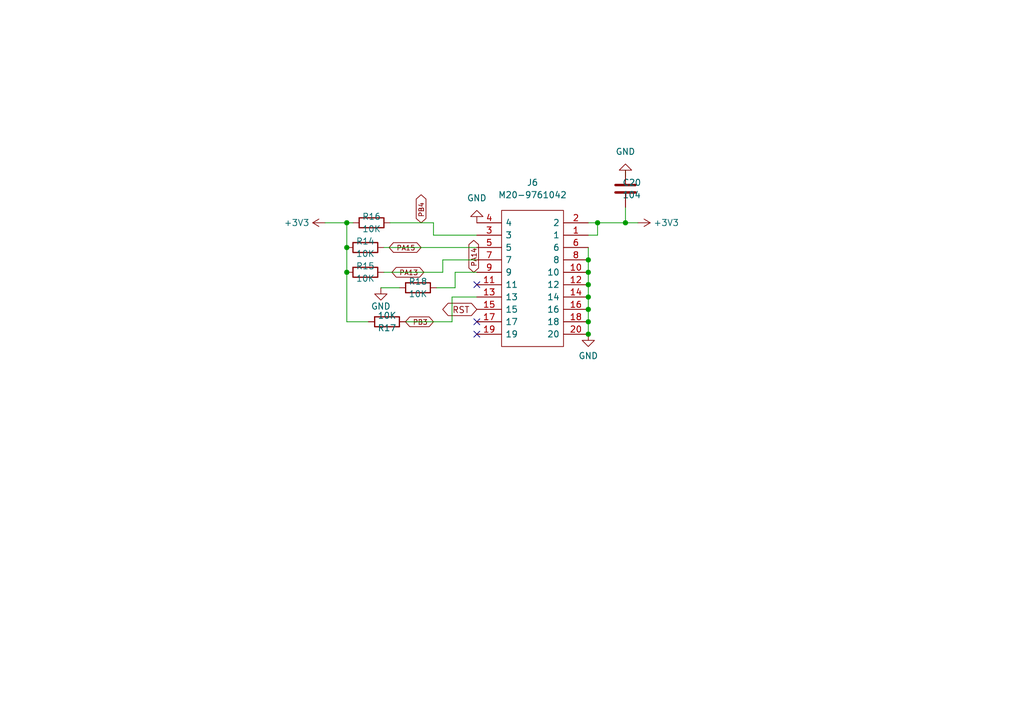
<source format=kicad_sch>
(kicad_sch (version 20211123) (generator eeschema)

  (uuid eba08bca-9bc9-4ffb-b1dd-8e0527bf89f7)

  (paper "A5")

  (lib_symbols
    (symbol "Device:C" (pin_numbers hide) (pin_names (offset 0.254)) (in_bom yes) (on_board yes)
      (property "Reference" "C" (id 0) (at 0.635 2.54 0)
        (effects (font (size 1.27 1.27)) (justify left))
      )
      (property "Value" "C" (id 1) (at 0.635 -2.54 0)
        (effects (font (size 1.27 1.27)) (justify left))
      )
      (property "Footprint" "" (id 2) (at 0.9652 -3.81 0)
        (effects (font (size 1.27 1.27)) hide)
      )
      (property "Datasheet" "~" (id 3) (at 0 0 0)
        (effects (font (size 1.27 1.27)) hide)
      )
      (property "ki_keywords" "cap capacitor" (id 4) (at 0 0 0)
        (effects (font (size 1.27 1.27)) hide)
      )
      (property "ki_description" "Unpolarized capacitor" (id 5) (at 0 0 0)
        (effects (font (size 1.27 1.27)) hide)
      )
      (property "ki_fp_filters" "C_*" (id 6) (at 0 0 0)
        (effects (font (size 1.27 1.27)) hide)
      )
      (symbol "C_0_1"
        (polyline
          (pts
            (xy -2.032 -0.762)
            (xy 2.032 -0.762)
          )
          (stroke (width 0.508) (type default) (color 0 0 0 0))
          (fill (type none))
        )
        (polyline
          (pts
            (xy -2.032 0.762)
            (xy 2.032 0.762)
          )
          (stroke (width 0.508) (type default) (color 0 0 0 0))
          (fill (type none))
        )
      )
      (symbol "C_1_1"
        (pin passive line (at 0 3.81 270) (length 2.794)
          (name "~" (effects (font (size 1.27 1.27))))
          (number "1" (effects (font (size 1.27 1.27))))
        )
        (pin passive line (at 0 -3.81 90) (length 2.794)
          (name "~" (effects (font (size 1.27 1.27))))
          (number "2" (effects (font (size 1.27 1.27))))
        )
      )
    )
    (symbol "Device:R" (pin_numbers hide) (pin_names (offset 0)) (in_bom yes) (on_board yes)
      (property "Reference" "R" (id 0) (at 2.032 0 90)
        (effects (font (size 1.27 1.27)))
      )
      (property "Value" "R" (id 1) (at 0 0 90)
        (effects (font (size 1.27 1.27)))
      )
      (property "Footprint" "" (id 2) (at -1.778 0 90)
        (effects (font (size 1.27 1.27)) hide)
      )
      (property "Datasheet" "~" (id 3) (at 0 0 0)
        (effects (font (size 1.27 1.27)) hide)
      )
      (property "ki_keywords" "R res resistor" (id 4) (at 0 0 0)
        (effects (font (size 1.27 1.27)) hide)
      )
      (property "ki_description" "Resistor" (id 5) (at 0 0 0)
        (effects (font (size 1.27 1.27)) hide)
      )
      (property "ki_fp_filters" "R_*" (id 6) (at 0 0 0)
        (effects (font (size 1.27 1.27)) hide)
      )
      (symbol "R_0_1"
        (rectangle (start -1.016 -2.54) (end 1.016 2.54)
          (stroke (width 0.254) (type default) (color 0 0 0 0))
          (fill (type none))
        )
      )
      (symbol "R_1_1"
        (pin passive line (at 0 3.81 270) (length 1.27)
          (name "~" (effects (font (size 1.27 1.27))))
          (number "1" (effects (font (size 1.27 1.27))))
        )
        (pin passive line (at 0 -3.81 90) (length 1.27)
          (name "~" (effects (font (size 1.27 1.27))))
          (number "2" (effects (font (size 1.27 1.27))))
        )
      )
    )
    (symbol "SamacSys_Parts:M20-9761042" (pin_names (offset 0.762)) (in_bom yes) (on_board yes)
      (property "Reference" "J" (id 0) (at 19.05 7.62 0)
        (effects (font (size 1.27 1.27)) (justify left))
      )
      (property "Value" "M20-9761042" (id 1) (at 19.05 5.08 0)
        (effects (font (size 1.27 1.27)) (justify left))
      )
      (property "Footprint" "HDRV20W64P254_2X10_2540X508X838P" (id 2) (at 19.05 2.54 0)
        (effects (font (size 1.27 1.27)) (justify left) hide)
      )
      (property "Datasheet" "https://cdn.harwin.com/pdfs/M20-976.pdf" (id 3) (at 19.05 0 0)
        (effects (font (size 1.27 1.27)) (justify left) hide)
      )
      (property "Description" "2.54mm (0.1\") Pitch DIL Vertical Throughboard Pin Header, 5.8mm mating pin height, selective gold + tin, 10+10 contacts" (id 4) (at 19.05 -2.54 0)
        (effects (font (size 1.27 1.27)) (justify left) hide)
      )
      (property "Height" "8.38" (id 5) (at 19.05 -5.08 0)
        (effects (font (size 1.27 1.27)) (justify left) hide)
      )
      (property "Manufacturer_Name" "Harwin" (id 6) (at 19.05 -7.62 0)
        (effects (font (size 1.27 1.27)) (justify left) hide)
      )
      (property "Manufacturer_Part_Number" "M20-9761042" (id 7) (at 19.05 -10.16 0)
        (effects (font (size 1.27 1.27)) (justify left) hide)
      )
      (property "Mouser Part Number" "855-M20-9761042" (id 8) (at 19.05 -12.7 0)
        (effects (font (size 1.27 1.27)) (justify left) hide)
      )
      (property "Mouser Price/Stock" "https://www.mouser.co.uk/ProductDetail/Harwin/M20-9761042?qs=vF78I%252BjhbY%2Fp44UYNx369Q%3D%3D" (id 9) (at 19.05 -15.24 0)
        (effects (font (size 1.27 1.27)) (justify left) hide)
      )
      (property "Arrow Part Number" "" (id 10) (at 19.05 -17.78 0)
        (effects (font (size 1.27 1.27)) (justify left) hide)
      )
      (property "Arrow Price/Stock" "" (id 11) (at 19.05 -20.32 0)
        (effects (font (size 1.27 1.27)) (justify left) hide)
      )
      (property "ki_description" "2.54mm (0.1\") Pitch DIL Vertical Throughboard Pin Header, 5.8mm mating pin height, selective gold + tin, 10+10 contacts" (id 12) (at 0 0 0)
        (effects (font (size 1.27 1.27)) hide)
      )
      (symbol "M20-9761042_0_0"
        (pin passive line (at 22.86 -2.54 180) (length 5.08)
          (name "1" (effects (font (size 1.27 1.27))))
          (number "1" (effects (font (size 1.27 1.27))))
        )
        (pin passive line (at 22.86 -10.16 180) (length 5.08)
          (name "10" (effects (font (size 1.27 1.27))))
          (number "10" (effects (font (size 1.27 1.27))))
        )
        (pin passive line (at 0 -12.7 0) (length 5.08)
          (name "11" (effects (font (size 1.27 1.27))))
          (number "11" (effects (font (size 1.27 1.27))))
        )
        (pin passive line (at 22.86 -12.7 180) (length 5.08)
          (name "12" (effects (font (size 1.27 1.27))))
          (number "12" (effects (font (size 1.27 1.27))))
        )
        (pin passive line (at 0 -15.24 0) (length 5.08)
          (name "13" (effects (font (size 1.27 1.27))))
          (number "13" (effects (font (size 1.27 1.27))))
        )
        (pin passive line (at 22.86 -15.24 180) (length 5.08)
          (name "14" (effects (font (size 1.27 1.27))))
          (number "14" (effects (font (size 1.27 1.27))))
        )
        (pin passive line (at 0 -17.78 0) (length 5.08)
          (name "15" (effects (font (size 1.27 1.27))))
          (number "15" (effects (font (size 1.27 1.27))))
        )
        (pin passive line (at 22.86 -17.78 180) (length 5.08)
          (name "16" (effects (font (size 1.27 1.27))))
          (number "16" (effects (font (size 1.27 1.27))))
        )
        (pin passive line (at 0 -20.32 0) (length 5.08)
          (name "17" (effects (font (size 1.27 1.27))))
          (number "17" (effects (font (size 1.27 1.27))))
        )
        (pin passive line (at 22.86 -20.32 180) (length 5.08)
          (name "18" (effects (font (size 1.27 1.27))))
          (number "18" (effects (font (size 1.27 1.27))))
        )
        (pin passive line (at 0 -22.86 0) (length 5.08)
          (name "19" (effects (font (size 1.27 1.27))))
          (number "19" (effects (font (size 1.27 1.27))))
        )
        (pin passive line (at 22.86 0 180) (length 5.08)
          (name "2" (effects (font (size 1.27 1.27))))
          (number "2" (effects (font (size 1.27 1.27))))
        )
        (pin passive line (at 22.86 -22.86 180) (length 5.08)
          (name "20" (effects (font (size 1.27 1.27))))
          (number "20" (effects (font (size 1.27 1.27))))
        )
        (pin passive line (at 0 -2.54 0) (length 5.08)
          (name "3" (effects (font (size 1.27 1.27))))
          (number "3" (effects (font (size 1.27 1.27))))
        )
        (pin passive line (at 0 0 0) (length 5.08)
          (name "4" (effects (font (size 1.27 1.27))))
          (number "4" (effects (font (size 1.27 1.27))))
        )
        (pin passive line (at 0 -5.08 0) (length 5.08)
          (name "5" (effects (font (size 1.27 1.27))))
          (number "5" (effects (font (size 1.27 1.27))))
        )
        (pin passive line (at 22.86 -5.08 180) (length 5.08)
          (name "6" (effects (font (size 1.27 1.27))))
          (number "6" (effects (font (size 1.27 1.27))))
        )
        (pin passive line (at 0 -7.62 0) (length 5.08)
          (name "7" (effects (font (size 1.27 1.27))))
          (number "7" (effects (font (size 1.27 1.27))))
        )
        (pin passive line (at 22.86 -7.62 180) (length 5.08)
          (name "8" (effects (font (size 1.27 1.27))))
          (number "8" (effects (font (size 1.27 1.27))))
        )
        (pin passive line (at 0 -10.16 0) (length 5.08)
          (name "9" (effects (font (size 1.27 1.27))))
          (number "9" (effects (font (size 1.27 1.27))))
        )
      )
      (symbol "M20-9761042_0_1"
        (polyline
          (pts
            (xy 5.08 2.54)
            (xy 17.78 2.54)
            (xy 17.78 -25.4)
            (xy 5.08 -25.4)
            (xy 5.08 2.54)
          )
          (stroke (width 0.1524) (type default) (color 0 0 0 0))
          (fill (type none))
        )
      )
    )
    (symbol "power:+3V3" (power) (pin_names (offset 0)) (in_bom yes) (on_board yes)
      (property "Reference" "#PWR" (id 0) (at 0 -3.81 0)
        (effects (font (size 1.27 1.27)) hide)
      )
      (property "Value" "+3V3" (id 1) (at 0 3.556 0)
        (effects (font (size 1.27 1.27)))
      )
      (property "Footprint" "" (id 2) (at 0 0 0)
        (effects (font (size 1.27 1.27)) hide)
      )
      (property "Datasheet" "" (id 3) (at 0 0 0)
        (effects (font (size 1.27 1.27)) hide)
      )
      (property "ki_keywords" "power-flag" (id 4) (at 0 0 0)
        (effects (font (size 1.27 1.27)) hide)
      )
      (property "ki_description" "Power symbol creates a global label with name \"+3V3\"" (id 5) (at 0 0 0)
        (effects (font (size 1.27 1.27)) hide)
      )
      (symbol "+3V3_0_1"
        (polyline
          (pts
            (xy -0.762 1.27)
            (xy 0 2.54)
          )
          (stroke (width 0) (type default) (color 0 0 0 0))
          (fill (type none))
        )
        (polyline
          (pts
            (xy 0 0)
            (xy 0 2.54)
          )
          (stroke (width 0) (type default) (color 0 0 0 0))
          (fill (type none))
        )
        (polyline
          (pts
            (xy 0 2.54)
            (xy 0.762 1.27)
          )
          (stroke (width 0) (type default) (color 0 0 0 0))
          (fill (type none))
        )
      )
      (symbol "+3V3_1_1"
        (pin power_in line (at 0 0 90) (length 0) hide
          (name "+3V3" (effects (font (size 1.27 1.27))))
          (number "1" (effects (font (size 1.27 1.27))))
        )
      )
    )
    (symbol "power:GND" (power) (pin_names (offset 0)) (in_bom yes) (on_board yes)
      (property "Reference" "#PWR" (id 0) (at 0 -6.35 0)
        (effects (font (size 1.27 1.27)) hide)
      )
      (property "Value" "GND" (id 1) (at 0 -3.81 0)
        (effects (font (size 1.27 1.27)))
      )
      (property "Footprint" "" (id 2) (at 0 0 0)
        (effects (font (size 1.27 1.27)) hide)
      )
      (property "Datasheet" "" (id 3) (at 0 0 0)
        (effects (font (size 1.27 1.27)) hide)
      )
      (property "ki_keywords" "power-flag" (id 4) (at 0 0 0)
        (effects (font (size 1.27 1.27)) hide)
      )
      (property "ki_description" "Power symbol creates a global label with name \"GND\" , ground" (id 5) (at 0 0 0)
        (effects (font (size 1.27 1.27)) hide)
      )
      (symbol "GND_0_1"
        (polyline
          (pts
            (xy 0 0)
            (xy 0 -1.27)
            (xy 1.27 -1.27)
            (xy 0 -2.54)
            (xy -1.27 -1.27)
            (xy 0 -1.27)
          )
          (stroke (width 0) (type default) (color 0 0 0 0))
          (fill (type none))
        )
      )
      (symbol "GND_1_1"
        (pin power_in line (at 0 0 270) (length 0) hide
          (name "GND" (effects (font (size 1.27 1.27))))
          (number "1" (effects (font (size 1.27 1.27))))
        )
      )
    )
  )

  (junction (at 71.12 50.8) (diameter 0) (color 0 0 0 0)
    (uuid 1374b7fc-54c8-4c40-8c7e-d0ae3c239038)
  )
  (junction (at 120.65 58.42) (diameter 0) (color 0 0 0 0)
    (uuid 6fb2708b-9fcc-4830-a706-60c2a09a608a)
  )
  (junction (at 128.27 45.72) (diameter 0) (color 0 0 0 0)
    (uuid 7b17e36f-9593-4da8-99d5-3cc568dc7786)
  )
  (junction (at 120.65 63.5) (diameter 0) (color 0 0 0 0)
    (uuid 8587b1ce-3165-42b5-998c-6e3bbb495e4b)
  )
  (junction (at 71.12 55.88) (diameter 0) (color 0 0 0 0)
    (uuid a92bc2bd-cdcc-4c34-aef4-87d6177c676d)
  )
  (junction (at 120.65 66.04) (diameter 0) (color 0 0 0 0)
    (uuid c38d7aa7-8139-4bba-899d-6b48547369d8)
  )
  (junction (at 120.65 53.34) (diameter 0) (color 0 0 0 0)
    (uuid c3dc80c9-4aa7-4f78-9d80-4913438a41ff)
  )
  (junction (at 120.65 60.96) (diameter 0) (color 0 0 0 0)
    (uuid dcb9277a-31be-4da3-9538-f5173134c74a)
  )
  (junction (at 122.555 45.72) (diameter 0) (color 0 0 0 0)
    (uuid e2b46eab-7aa0-404a-8c7e-07492285ef5e)
  )
  (junction (at 71.12 45.72) (diameter 0) (color 0 0 0 0)
    (uuid f33b27d9-450b-4fac-9dfd-e09d2e3b8f99)
  )
  (junction (at 120.65 55.88) (diameter 0) (color 0 0 0 0)
    (uuid f58dc4d1-9bea-48a3-8fa5-b1b888949201)
  )
  (junction (at 120.65 68.58) (diameter 0) (color 0 0 0 0)
    (uuid fa1d0354-eebb-4390-8d19-6c0c69151da5)
  )

  (no_connect (at 97.79 58.42) (uuid 3b83dca2-3960-48b0-8c54-83cd6d43ead6))
  (no_connect (at 97.79 66.04) (uuid 3b83dca2-3960-48b0-8c54-83cd6d43ead7))
  (no_connect (at 97.79 68.58) (uuid 3b83dca2-3960-48b0-8c54-83cd6d43ead8))

  (wire (pts (xy 88.9 45.72) (xy 88.9 48.26))
    (stroke (width 0) (type default) (color 0 0 0 0))
    (uuid 0859e08f-0eeb-4c05-8fd2-3b52259878ac)
  )
  (wire (pts (xy 88.9 48.26) (xy 97.79 48.26))
    (stroke (width 0) (type default) (color 0 0 0 0))
    (uuid 13f63096-30fa-4dca-b450-75347e8ac172)
  )
  (wire (pts (xy 128.27 42.545) (xy 128.27 45.72))
    (stroke (width 0) (type default) (color 0 0 0 0))
    (uuid 18422bdd-06df-49a0-a183-d15f9dbb7dea)
  )
  (wire (pts (xy 78.74 50.8) (xy 97.79 50.8))
    (stroke (width 0) (type default) (color 0 0 0 0))
    (uuid 1d07311e-6c82-4b7d-8ab1-c652be5cbaff)
  )
  (wire (pts (xy 120.65 50.8) (xy 120.65 53.34))
    (stroke (width 0) (type default) (color 0 0 0 0))
    (uuid 2c797a44-5eb7-4450-8096-862ec54b9e6d)
  )
  (wire (pts (xy 120.65 53.34) (xy 120.65 55.88))
    (stroke (width 0) (type default) (color 0 0 0 0))
    (uuid 2ea3e399-2ca0-4360-ba01-5e9849666071)
  )
  (wire (pts (xy 120.65 45.72) (xy 122.555 45.72))
    (stroke (width 0) (type default) (color 0 0 0 0))
    (uuid 2f51333f-1b85-4325-a6e2-9d06b4252be1)
  )
  (wire (pts (xy 120.65 66.04) (xy 120.65 68.58))
    (stroke (width 0) (type default) (color 0 0 0 0))
    (uuid 31ac1662-43dd-49de-9d7d-065e87f5e1a7)
  )
  (wire (pts (xy 97.79 53.34) (xy 90.805 53.34))
    (stroke (width 0) (type default) (color 0 0 0 0))
    (uuid 34704d37-04d3-407b-b645-e619ac669287)
  )
  (wire (pts (xy 66.675 45.72) (xy 71.12 45.72))
    (stroke (width 0) (type default) (color 0 0 0 0))
    (uuid 3d181181-af3c-4f95-88f6-ee4726df4549)
  )
  (wire (pts (xy 120.65 48.26) (xy 122.555 48.26))
    (stroke (width 0) (type default) (color 0 0 0 0))
    (uuid 3d7d87e9-c038-4422-bcdc-129e6d3fb743)
  )
  (wire (pts (xy 71.12 45.72) (xy 72.39 45.72))
    (stroke (width 0) (type default) (color 0 0 0 0))
    (uuid 4ec8e0cc-dd7e-434f-a030-f8ac977999ed)
  )
  (wire (pts (xy 71.12 50.8) (xy 71.12 55.88))
    (stroke (width 0) (type default) (color 0 0 0 0))
    (uuid 541a60e0-66a6-44e6-ab34-12c6b8d7db83)
  )
  (wire (pts (xy 93.345 55.88) (xy 93.345 59.055))
    (stroke (width 0) (type default) (color 0 0 0 0))
    (uuid 54c45b03-1f9c-4e59-912c-ffdec63beeb0)
  )
  (wire (pts (xy 120.65 60.96) (xy 120.65 63.5))
    (stroke (width 0) (type default) (color 0 0 0 0))
    (uuid 68e5bd74-80a2-4d7c-a2cb-cb1a423a17b9)
  )
  (wire (pts (xy 90.805 53.34) (xy 90.805 55.88))
    (stroke (width 0) (type default) (color 0 0 0 0))
    (uuid 6d114a44-9add-425b-95e4-7fa4537120bb)
  )
  (wire (pts (xy 97.79 55.88) (xy 93.345 55.88))
    (stroke (width 0) (type default) (color 0 0 0 0))
    (uuid 751ad4b4-1dc5-4031-913d-82f36dfe29c3)
  )
  (wire (pts (xy 92.71 60.96) (xy 92.71 66.04))
    (stroke (width 0) (type default) (color 0 0 0 0))
    (uuid 83058f8c-7497-497b-8e8b-e6771060df46)
  )
  (wire (pts (xy 128.27 36.195) (xy 128.27 34.925))
    (stroke (width 0) (type default) (color 0 0 0 0))
    (uuid 86953f89-d6e4-4c8e-bd37-582ff23574ca)
  )
  (wire (pts (xy 120.65 63.5) (xy 120.65 66.04))
    (stroke (width 0) (type default) (color 0 0 0 0))
    (uuid 8e0ef97e-5c88-4459-b402-e0b59ec9e7b6)
  )
  (wire (pts (xy 93.345 59.055) (xy 89.535 59.055))
    (stroke (width 0) (type default) (color 0 0 0 0))
    (uuid 983dd008-f317-4e3d-b99b-6693d1ec7822)
  )
  (wire (pts (xy 120.65 55.88) (xy 120.65 58.42))
    (stroke (width 0) (type default) (color 0 0 0 0))
    (uuid 984c6f99-95c2-4aa2-9552-489511ed33d9)
  )
  (wire (pts (xy 71.12 45.72) (xy 71.12 50.8))
    (stroke (width 0) (type default) (color 0 0 0 0))
    (uuid 9d452b4e-32d2-4e0b-861b-a00e1a94e964)
  )
  (wire (pts (xy 78.74 55.88) (xy 90.805 55.88))
    (stroke (width 0) (type default) (color 0 0 0 0))
    (uuid b9dd598d-a81e-43a5-9cf0-e0fc6ee0c99c)
  )
  (wire (pts (xy 122.555 48.26) (xy 122.555 45.72))
    (stroke (width 0) (type default) (color 0 0 0 0))
    (uuid badbb7af-51e1-4142-a844-818a7ab4cc42)
  )
  (wire (pts (xy 88.9 45.72) (xy 80.01 45.72))
    (stroke (width 0) (type default) (color 0 0 0 0))
    (uuid d3544416-5796-49e3-a2da-8e07d2af1fce)
  )
  (wire (pts (xy 75.565 66.04) (xy 71.12 66.04))
    (stroke (width 0) (type default) (color 0 0 0 0))
    (uuid d4472a9e-1b54-4897-b9bc-c1bb4f939e78)
  )
  (wire (pts (xy 71.12 66.04) (xy 71.12 55.88))
    (stroke (width 0) (type default) (color 0 0 0 0))
    (uuid d73ab70a-3037-4f26-8d20-854e1cf6a538)
  )
  (wire (pts (xy 120.65 58.42) (xy 120.65 60.96))
    (stroke (width 0) (type default) (color 0 0 0 0))
    (uuid daf46aa9-f2b8-4146-beed-6dff45c1751e)
  )
  (wire (pts (xy 97.79 60.96) (xy 92.71 60.96))
    (stroke (width 0) (type default) (color 0 0 0 0))
    (uuid ea81ec6c-f4c3-4e69-a1dd-93cabf5df334)
  )
  (wire (pts (xy 128.27 45.72) (xy 130.81 45.72))
    (stroke (width 0) (type default) (color 0 0 0 0))
    (uuid f679682d-f28b-4df5-b58f-72556a19b572)
  )
  (wire (pts (xy 83.185 66.04) (xy 92.71 66.04))
    (stroke (width 0) (type default) (color 0 0 0 0))
    (uuid facd9eca-d37d-490d-adec-0ecbbf0ec636)
  )
  (wire (pts (xy 122.555 45.72) (xy 128.27 45.72))
    (stroke (width 0) (type default) (color 0 0 0 0))
    (uuid fba53f4f-3ba2-439c-aee7-ee8db4830103)
  )
  (wire (pts (xy 78.105 59.055) (xy 81.915 59.055))
    (stroke (width 0) (type default) (color 0 0 0 0))
    (uuid fc623353-aa53-4d49-b071-b412fe17f622)
  )

  (global_label "PA15" (shape bidirectional) (at 86.36 50.8 180) (fields_autoplaced)
    (effects (font (size 1 1)) (justify right))
    (uuid 2082f6a7-45be-43c8-81cf-cb13a5f46c67)
    (property "Intersheet References" "${INTERSHEET_REFS}" (id 0) (at 80.6981 50.7375 0)
      (effects (font (size 1 1)) (justify left) hide)
    )
  )
  (global_label "PB3" (shape bidirectional) (at 88.9 66.04 180) (fields_autoplaced)
    (effects (font (size 1 1)) (justify right))
    (uuid 24bd04d6-2604-4c76-98a7-9458c0dfe7d0)
    (property "Intersheet References" "${INTERSHEET_REFS}" (id 0) (at 84.0476 65.9775 0)
      (effects (font (size 1 1)) (justify right) hide)
    )
  )
  (global_label "PA13" (shape bidirectional) (at 86.9357 55.88 180) (fields_autoplaced)
    (effects (font (size 1 1)) (justify right))
    (uuid 2b82068a-c61e-4996-8e9c-7e56808c5bdd)
    (property "Intersheet References" "${INTERSHEET_REFS}" (id 0) (at 81.2738 55.9425 0)
      (effects (font (size 1 1)) (justify left) hide)
    )
  )
  (global_label "PB4" (shape bidirectional) (at 86.36 45.72 90) (fields_autoplaced)
    (effects (font (size 1 1)) (justify left))
    (uuid 3b56a5c9-906b-4be9-9c3d-c3a147733878)
    (property "Intersheet References" "${INTERSHEET_REFS}" (id 0) (at 86.4225 40.8676 90)
      (effects (font (size 1 1)) (justify right) hide)
    )
  )
  (global_label "PA14" (shape bidirectional) (at 97.155 55.88 90) (fields_autoplaced)
    (effects (font (size 1 1)) (justify left))
    (uuid 631a19c2-d2de-410d-a2ff-734408a9f5b8)
    (property "Intersheet References" "${INTERSHEET_REFS}" (id 0) (at 97.2175 50.2181 90)
      (effects (font (size 1 1)) (justify left) hide)
    )
  )
  (global_label "RST" (shape bidirectional) (at 97.79 63.5 180) (fields_autoplaced)
    (effects (font (size 1.27 1.27)) (justify right))
    (uuid f62fce70-0934-4a01-a399-be183cb1fb4a)
    (property "Intersheet References" "${INTERSHEET_REFS}" (id 0) (at 91.9298 63.5794 0)
      (effects (font (size 1.27 1.27)) (justify right) hide)
    )
  )

  (symbol (lib_id "power:GND") (at 128.27 36.195 180) (unit 1)
    (in_bom yes) (on_board yes) (fields_autoplaced)
    (uuid 14d9df32-16e7-4d89-9e66-86ac77058b82)
    (property "Reference" "#PWR048" (id 0) (at 128.27 29.845 0)
      (effects (font (size 1.27 1.27)) hide)
    )
    (property "Value" "GND" (id 1) (at 128.27 31.115 0))
    (property "Footprint" "" (id 2) (at 128.27 36.195 0)
      (effects (font (size 1.27 1.27)) hide)
    )
    (property "Datasheet" "" (id 3) (at 128.27 36.195 0)
      (effects (font (size 1.27 1.27)) hide)
    )
    (pin "1" (uuid 99d5eb1c-0747-4b62-871a-42ed112ef74a))
  )

  (symbol (lib_id "power:+3V3") (at 66.675 45.72 90) (mirror x) (unit 1)
    (in_bom yes) (on_board yes) (fields_autoplaced)
    (uuid 21319aab-b022-42ae-853f-29dae513a411)
    (property "Reference" "#PWR044" (id 0) (at 70.485 45.72 0)
      (effects (font (size 1.27 1.27)) hide)
    )
    (property "Value" "+3V3" (id 1) (at 63.5 45.7199 90)
      (effects (font (size 1.27 1.27)) (justify left))
    )
    (property "Footprint" "" (id 2) (at 66.675 45.72 0)
      (effects (font (size 1.27 1.27)) hide)
    )
    (property "Datasheet" "" (id 3) (at 66.675 45.72 0)
      (effects (font (size 1.27 1.27)) hide)
    )
    (pin "1" (uuid 4827ef40-5713-4420-9453-157bccb2a5b5))
  )

  (symbol (lib_id "power:GND") (at 97.79 45.72 180) (unit 1)
    (in_bom yes) (on_board yes) (fields_autoplaced)
    (uuid 334c36b1-0955-4828-944f-d2a4024db6a6)
    (property "Reference" "#PWR046" (id 0) (at 97.79 39.37 0)
      (effects (font (size 1.27 1.27)) hide)
    )
    (property "Value" "GND" (id 1) (at 97.79 40.64 0))
    (property "Footprint" "" (id 2) (at 97.79 45.72 0)
      (effects (font (size 1.27 1.27)) hide)
    )
    (property "Datasheet" "" (id 3) (at 97.79 45.72 0)
      (effects (font (size 1.27 1.27)) hide)
    )
    (pin "1" (uuid ba888973-06f7-4f22-9278-9316245b9133))
  )

  (symbol (lib_id "Device:R") (at 74.93 55.88 270) (mirror x) (unit 1)
    (in_bom yes) (on_board yes)
    (uuid 3e8a6dee-c26f-4e7d-904a-0c18c6c47379)
    (property "Reference" "R15" (id 0) (at 74.93 54.61 90))
    (property "Value" "10K" (id 1) (at 74.93 57.15 90))
    (property "Footprint" "Resistor_SMD:R_0201_0603Metric_Pad0.64x0.40mm_HandSolder" (id 2) (at 74.93 57.658 90)
      (effects (font (size 1.27 1.27)) hide)
    )
    (property "Datasheet" "~" (id 3) (at 74.93 55.88 0)
      (effects (font (size 1.27 1.27)) hide)
    )
    (pin "1" (uuid 8f193fa9-a691-484a-a576-f9d464ae580d))
    (pin "2" (uuid cd5dd019-0b62-4bcc-bc56-ba2d1249aa24))
  )

  (symbol (lib_id "Device:R") (at 76.2 45.72 270) (mirror x) (unit 1)
    (in_bom yes) (on_board yes)
    (uuid 66f15550-06a4-47d7-87aa-45282bda0790)
    (property "Reference" "R16" (id 0) (at 76.2 44.45 90))
    (property "Value" "10K" (id 1) (at 76.2 46.99 90))
    (property "Footprint" "Resistor_SMD:R_0201_0603Metric_Pad0.64x0.40mm_HandSolder" (id 2) (at 76.2 47.498 90)
      (effects (font (size 1.27 1.27)) hide)
    )
    (property "Datasheet" "~" (id 3) (at 76.2 45.72 0)
      (effects (font (size 1.27 1.27)) hide)
    )
    (pin "1" (uuid 595d097b-59ab-4d3e-aa7c-032c427a932b))
    (pin "2" (uuid 173fa218-f2f2-4698-8cd9-86520edaecf4))
  )

  (symbol (lib_id "power:GND") (at 78.105 59.055 0) (mirror y) (unit 1)
    (in_bom yes) (on_board yes)
    (uuid 7cc16f37-2b3b-46f2-9f62-8ef8cb7ae19f)
    (property "Reference" "#PWR045" (id 0) (at 78.105 65.405 0)
      (effects (font (size 1.27 1.27)) hide)
    )
    (property "Value" "GND" (id 1) (at 78.105 62.865 0))
    (property "Footprint" "" (id 2) (at 78.105 59.055 0)
      (effects (font (size 1.27 1.27)) hide)
    )
    (property "Datasheet" "" (id 3) (at 78.105 59.055 0)
      (effects (font (size 1.27 1.27)) hide)
    )
    (pin "1" (uuid e52720bd-df64-4b53-a547-7da8e3343828))
  )

  (symbol (lib_id "SamacSys_Parts:M20-9761042") (at 97.79 45.72 0) (unit 1)
    (in_bom yes) (on_board yes) (fields_autoplaced)
    (uuid 87b9aeec-6614-4007-ac5b-3053dfa9a02b)
    (property "Reference" "J6" (id 0) (at 109.22 37.465 0))
    (property "Value" "M20-9761042" (id 1) (at 109.22 40.005 0))
    (property "Footprint" "HDRV20W64P254_2X10_2540X508X838P" (id 2) (at 116.84 43.18 0)
      (effects (font (size 1.27 1.27)) (justify left) hide)
    )
    (property "Datasheet" "https://cdn.harwin.com/pdfs/M20-976.pdf" (id 3) (at 116.84 45.72 0)
      (effects (font (size 1.27 1.27)) (justify left) hide)
    )
    (property "Description" "2.54mm (0.1\") Pitch DIL Vertical Throughboard Pin Header, 5.8mm mating pin height, selective gold + tin, 10+10 contacts" (id 4) (at 116.84 48.26 0)
      (effects (font (size 1.27 1.27)) (justify left) hide)
    )
    (property "Height" "8.38" (id 5) (at 116.84 50.8 0)
      (effects (font (size 1.27 1.27)) (justify left) hide)
    )
    (property "Manufacturer_Name" "Harwin" (id 6) (at 116.84 53.34 0)
      (effects (font (size 1.27 1.27)) (justify left) hide)
    )
    (property "Manufacturer_Part_Number" "M20-9761042" (id 7) (at 116.84 55.88 0)
      (effects (font (size 1.27 1.27)) (justify left) hide)
    )
    (property "Mouser Part Number" "855-M20-9761042" (id 8) (at 116.84 58.42 0)
      (effects (font (size 1.27 1.27)) (justify left) hide)
    )
    (property "Mouser Price/Stock" "https://www.mouser.co.uk/ProductDetail/Harwin/M20-9761042?qs=vF78I%252BjhbY%2Fp44UYNx369Q%3D%3D" (id 9) (at 116.84 60.96 0)
      (effects (font (size 1.27 1.27)) (justify left) hide)
    )
    (property "Arrow Part Number" "" (id 10) (at 116.84 63.5 0)
      (effects (font (size 1.27 1.27)) (justify left) hide)
    )
    (property "Arrow Price/Stock" "" (id 11) (at 116.84 66.04 0)
      (effects (font (size 1.27 1.27)) (justify left) hide)
    )
    (pin "1" (uuid 08c682a4-6d20-4342-ae99-253e2234fea7))
    (pin "10" (uuid 59b9e097-085a-49ef-99f0-329e97874727))
    (pin "11" (uuid 4a689128-f4b3-4cb6-b3c2-4d14eb113034))
    (pin "12" (uuid d589e126-262a-40ac-baac-55af38c5c345))
    (pin "13" (uuid 0fa86e45-70ab-47a2-9321-33c526820ebb))
    (pin "14" (uuid 951b76fb-3a51-4e1b-968b-0a0e42a8f015))
    (pin "15" (uuid fea44307-01c8-4929-aa9c-30a0bfafb4bc))
    (pin "16" (uuid 375a5879-11d3-4931-85a9-a9dff7d22ea7))
    (pin "17" (uuid 75ead83c-6b8d-4375-9c64-0048672302e1))
    (pin "18" (uuid fcb81572-ef5e-44ee-b0bd-7cf8319b2208))
    (pin "19" (uuid 9cf944fd-8d5d-4a11-9277-b4c5db6cc7d2))
    (pin "2" (uuid 4d543fe0-4f56-4b68-9be8-f2a16111f2f0))
    (pin "20" (uuid 54ade147-94f8-4faa-82d1-68618ee3d4f4))
    (pin "3" (uuid 5fcd6222-7d0b-4412-bfab-7121d97794a6))
    (pin "4" (uuid de2c6224-a433-41f7-9a24-b8b1b8752ded))
    (pin "5" (uuid d22ca72a-bfbc-4f11-974c-593f798bafc2))
    (pin "6" (uuid 978b02df-a49b-4c52-a00a-ffb73bd21237))
    (pin "7" (uuid c05db71f-8939-45e3-b690-10b0117bcc01))
    (pin "8" (uuid fa39a710-2e40-4977-b5a9-cf84af6cd190))
    (pin "9" (uuid 6de52f3b-1f91-43e5-821f-85ec5000378d))
  )

  (symbol (lib_id "Device:R") (at 85.725 59.055 270) (mirror x) (unit 1)
    (in_bom yes) (on_board yes)
    (uuid ad11af62-1de0-466a-acc9-45bf733c1eca)
    (property "Reference" "R18" (id 0) (at 85.725 57.785 90))
    (property "Value" "10K" (id 1) (at 85.725 60.325 90))
    (property "Footprint" "Resistor_SMD:R_0201_0603Metric_Pad0.64x0.40mm_HandSolder" (id 2) (at 85.725 60.833 90)
      (effects (font (size 1.27 1.27)) hide)
    )
    (property "Datasheet" "~" (id 3) (at 85.725 59.055 0)
      (effects (font (size 1.27 1.27)) hide)
    )
    (pin "1" (uuid d0db8156-782b-4d5e-95f4-6ca6d82604cf))
    (pin "2" (uuid a49512d5-07de-438c-a1d7-c6bb2244602c))
  )

  (symbol (lib_id "Device:C") (at 128.27 38.735 0) (unit 1)
    (in_bom yes) (on_board yes)
    (uuid bcef3b8c-6408-4c8d-ab7d-fe593dcbb8c2)
    (property "Reference" "C20" (id 0) (at 127.635 37.465 0)
      (effects (font (size 1.27 1.27)) (justify left))
    )
    (property "Value" "104" (id 1) (at 127.635 40.005 0)
      (effects (font (size 1.27 1.27)) (justify left))
    )
    (property "Footprint" "Capacitor_SMD:C_0201_0603Metric_Pad0.64x0.40mm_HandSolder" (id 2) (at 129.2352 42.545 0)
      (effects (font (size 1.27 1.27)) hide)
    )
    (property "Datasheet" "~" (id 3) (at 128.27 38.735 0)
      (effects (font (size 1.27 1.27)) hide)
    )
    (pin "1" (uuid f4bf6ed6-f7c0-4d74-b109-bc3d37475ac2))
    (pin "2" (uuid 7254108c-4932-46dc-889b-fcff08251734))
  )

  (symbol (lib_id "power:+3V3") (at 130.81 45.72 270) (unit 1)
    (in_bom yes) (on_board yes) (fields_autoplaced)
    (uuid c83381f9-77a5-42c4-b8a0-f922724c52af)
    (property "Reference" "#PWR049" (id 0) (at 127 45.72 0)
      (effects (font (size 1.27 1.27)) hide)
    )
    (property "Value" "+3V3" (id 1) (at 133.985 45.7199 90)
      (effects (font (size 1.27 1.27)) (justify left))
    )
    (property "Footprint" "" (id 2) (at 130.81 45.72 0)
      (effects (font (size 1.27 1.27)) hide)
    )
    (property "Datasheet" "" (id 3) (at 130.81 45.72 0)
      (effects (font (size 1.27 1.27)) hide)
    )
    (pin "1" (uuid 9a463a88-e407-4116-b048-a61109bbb33f))
  )

  (symbol (lib_id "Device:R") (at 74.93 50.8 270) (mirror x) (unit 1)
    (in_bom yes) (on_board yes)
    (uuid d2726a93-48cd-4f02-baef-bda3ebc98d92)
    (property "Reference" "R14" (id 0) (at 74.93 49.53 90))
    (property "Value" "10K" (id 1) (at 74.93 52.07 90))
    (property "Footprint" "Resistor_SMD:R_0201_0603Metric_Pad0.64x0.40mm_HandSolder" (id 2) (at 74.93 52.578 90)
      (effects (font (size 1.27 1.27)) hide)
    )
    (property "Datasheet" "~" (id 3) (at 74.93 50.8 0)
      (effects (font (size 1.27 1.27)) hide)
    )
    (pin "1" (uuid 311aa998-8c12-4d00-b64b-d02f56731865))
    (pin "2" (uuid 6b64fe4f-a587-4e4c-abf2-6ad9879a0aca))
  )

  (symbol (lib_id "Device:R") (at 79.375 66.04 270) (unit 1)
    (in_bom yes) (on_board yes)
    (uuid d5028455-1a9e-4d8a-99fb-d296d77e4033)
    (property "Reference" "R17" (id 0) (at 79.375 67.31 90))
    (property "Value" "10K" (id 1) (at 79.375 64.77 90))
    (property "Footprint" "Resistor_SMD:R_0201_0603Metric_Pad0.64x0.40mm_HandSolder" (id 2) (at 79.375 64.262 90)
      (effects (font (size 1.27 1.27)) hide)
    )
    (property "Datasheet" "~" (id 3) (at 79.375 66.04 0)
      (effects (font (size 1.27 1.27)) hide)
    )
    (pin "1" (uuid 5792e03a-241b-4757-a1f4-60389e221871))
    (pin "2" (uuid 7b3db20a-0aaa-497f-9217-42b92eb3e27f))
  )

  (symbol (lib_id "power:GND") (at 120.65 68.58 0) (unit 1)
    (in_bom yes) (on_board yes) (fields_autoplaced)
    (uuid e518bffd-c16a-444e-9db0-ba54c1bd54fd)
    (property "Reference" "#PWR047" (id 0) (at 120.65 74.93 0)
      (effects (font (size 1.27 1.27)) hide)
    )
    (property "Value" "GND" (id 1) (at 120.65 73.025 0))
    (property "Footprint" "" (id 2) (at 120.65 68.58 0)
      (effects (font (size 1.27 1.27)) hide)
    )
    (property "Datasheet" "" (id 3) (at 120.65 68.58 0)
      (effects (font (size 1.27 1.27)) hide)
    )
    (pin "1" (uuid 98e595e7-7057-47a4-9038-9785deee7aff))
  )
)

</source>
